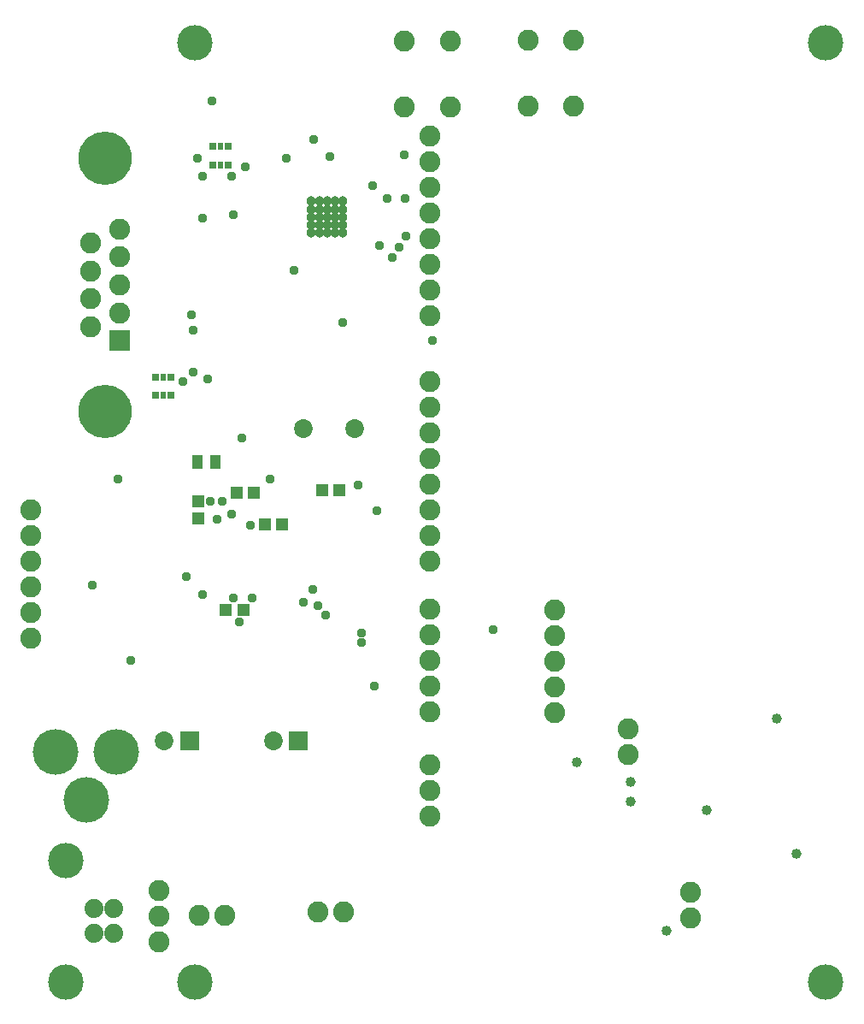
<source format=gbr>
G04 EAGLE Gerber X2 export*
%TF.Part,Single*%
%TF.FileFunction,Soldermask,Bot,1*%
%TF.FilePolarity,Negative*%
%TF.GenerationSoftware,Autodesk,EAGLE,8.6.0*%
%TF.CreationDate,2018-05-28T12:08:45Z*%
G75*
%MOMM*%
%FSLAX34Y34*%
%LPD*%
%AMOC8*
5,1,8,0,0,1.08239X$1,22.5*%
G01*
%ADD10C,1.854200*%
%ADD11R,1.854200X1.854200*%
%ADD12C,4.521200*%
%ADD13C,1.879600*%
%ADD14C,3.505200*%
%ADD15C,2.082800*%
%ADD16R,1.203200X1.303200*%
%ADD17R,1.303200X1.203200*%
%ADD18R,1.003200X1.403200*%
%ADD19C,0.965200*%
%ADD20R,0.803200X0.803200*%
%ADD21R,0.603200X0.803200*%
%ADD22R,2.082800X2.082800*%
%ADD23C,5.283200*%
%ADD24C,0.959600*%
%ADD25C,1.009600*%


D10*
X157363Y292100D03*
D11*
X182363Y292100D03*
D10*
X265313Y292100D03*
D11*
X290313Y292100D03*
D12*
X109695Y280353D03*
X49695Y280353D03*
X79695Y233353D03*
D13*
X107188Y100784D03*
X107188Y125784D03*
X87376Y125784D03*
X87376Y100784D03*
D14*
X60198Y53086D03*
X60198Y173482D03*
D15*
X152083Y143447D03*
X152083Y118047D03*
X152083Y92647D03*
D16*
X191135Y528565D03*
X191135Y511565D03*
D17*
X257248Y506095D03*
X274248Y506095D03*
D18*
X207755Y567690D03*
X189755Y567690D03*
D17*
X229308Y536893D03*
X246308Y536893D03*
D10*
X295085Y601091D03*
X345885Y601091D03*
D17*
X330763Y540068D03*
X313763Y540068D03*
X218513Y421323D03*
X235513Y421323D03*
D15*
X25400Y520700D03*
X25400Y495300D03*
X25400Y469900D03*
X25400Y444500D03*
X25400Y419100D03*
X25400Y393700D03*
X217488Y119063D03*
X192088Y119063D03*
X334963Y122238D03*
X309563Y122238D03*
X517589Y920115D03*
X517589Y985139D03*
X562801Y920115D03*
X562801Y985139D03*
X420688Y646875D03*
X420688Y621475D03*
X420688Y596075D03*
X420688Y570675D03*
X420688Y545275D03*
X420688Y519875D03*
X420688Y494475D03*
X420688Y469075D03*
X420688Y422275D03*
X420688Y396875D03*
X420688Y371475D03*
X420688Y346075D03*
X420688Y320675D03*
X420688Y268288D03*
X420688Y242888D03*
X420688Y217488D03*
X678434Y142240D03*
X678434Y116840D03*
X616712Y303276D03*
X616712Y277876D03*
D19*
X303022Y794258D03*
X303022Y802132D03*
X303022Y810006D03*
X303022Y817880D03*
X303022Y825754D03*
X310896Y794258D03*
X310896Y802132D03*
X310896Y810006D03*
X310896Y817880D03*
X310896Y825754D03*
X318770Y794258D03*
X318770Y802132D03*
X318770Y810006D03*
X318770Y817880D03*
X318770Y825754D03*
X326644Y794258D03*
X326644Y802132D03*
X326644Y810006D03*
X326644Y817880D03*
X326644Y825754D03*
X334518Y794258D03*
X334518Y802132D03*
X334518Y810006D03*
X334518Y817880D03*
X334518Y825754D03*
D20*
X220352Y879712D03*
D21*
X212852Y879712D03*
D20*
X205352Y879712D03*
X220352Y861712D03*
D21*
X212852Y861712D03*
D20*
X205352Y861712D03*
X163964Y651366D03*
D21*
X156464Y651366D03*
D20*
X148964Y651366D03*
X163964Y633366D03*
D21*
X156464Y633366D03*
D20*
X148964Y633366D03*
D15*
X395224Y919226D03*
X395224Y984250D03*
X440436Y919226D03*
X440436Y984250D03*
D22*
X112752Y687550D03*
D15*
X112752Y715250D03*
X112752Y742950D03*
X112752Y770650D03*
X112752Y798350D03*
X84352Y701450D03*
X84352Y729150D03*
X84352Y756750D03*
X84352Y784450D03*
D23*
X98552Y617950D03*
X98552Y867950D03*
D15*
X420688Y890270D03*
X420688Y864870D03*
X420688Y839470D03*
X420688Y814070D03*
X420688Y788670D03*
X420688Y763270D03*
X420688Y737870D03*
X420688Y712470D03*
X543814Y320040D03*
X543814Y345440D03*
X543814Y370840D03*
X543814Y396240D03*
X543814Y421640D03*
D14*
X812800Y53340D03*
X812800Y982980D03*
X187960Y982980D03*
X187960Y53340D03*
D24*
X209550Y511175D03*
X123825Y371475D03*
X244475Y433388D03*
X309563Y425450D03*
D25*
X655320Y103886D03*
X784098Y179832D03*
X695198Y223266D03*
X764540Y313690D03*
D24*
X321056Y870204D03*
X395224Y871474D03*
X237236Y859790D03*
X483362Y401828D03*
X204978Y925068D03*
X190500Y868680D03*
X175768Y646938D03*
X184658Y713232D03*
X202883Y528638D03*
X242888Y504825D03*
X349250Y544513D03*
X368300Y519113D03*
X111125Y550863D03*
X261938Y550863D03*
X304800Y441325D03*
X214313Y528638D03*
X223838Y515938D03*
X234442Y591312D03*
X422656Y687578D03*
X390144Y780034D03*
X397002Y790956D03*
X225425Y433388D03*
X231775Y409575D03*
X179388Y454025D03*
X317500Y415925D03*
X352425Y388938D03*
X365125Y346075D03*
X195263Y436563D03*
X295275Y428625D03*
X352425Y398463D03*
X85725Y445770D03*
X200152Y650240D03*
X334518Y705358D03*
X286004Y757682D03*
D25*
X566420Y270764D03*
X619252Y250698D03*
X619506Y231394D03*
D24*
X395986Y828548D03*
X363474Y841502D03*
X278638Y868172D03*
X226060Y812038D03*
X224282Y850900D03*
X195072Y850392D03*
X195326Y808736D03*
X186182Y697738D03*
X185928Y656844D03*
X305562Y886968D03*
X383032Y769874D03*
X370840Y781812D03*
X378460Y828294D03*
M02*

</source>
